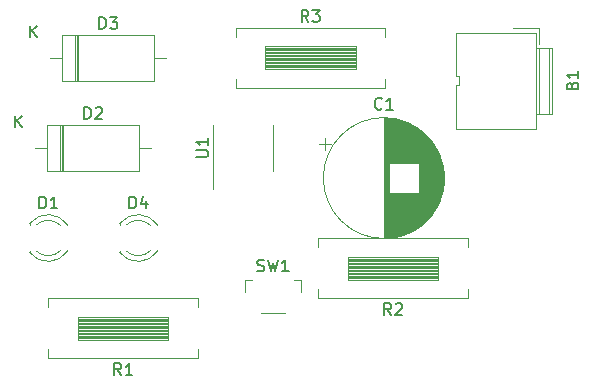
<source format=gbr>
%TF.GenerationSoftware,KiCad,Pcbnew,(6.0.4)*%
%TF.CreationDate,2022-05-29T20:56:59+05:30*%
%TF.ProjectId,bike turning signal indicator circuit,62696b65-2074-4757-926e-696e67207369,rev?*%
%TF.SameCoordinates,Original*%
%TF.FileFunction,Legend,Top*%
%TF.FilePolarity,Positive*%
%FSLAX46Y46*%
G04 Gerber Fmt 4.6, Leading zero omitted, Abs format (unit mm)*
G04 Created by KiCad (PCBNEW (6.0.4)) date 2022-05-29 20:56:59*
%MOMM*%
%LPD*%
G01*
G04 APERTURE LIST*
%ADD10C,0.150000*%
%ADD11C,0.120000*%
G04 APERTURE END LIST*
D10*
%TO.C,SW1*%
X125666666Y-78984761D02*
X125809523Y-79032380D01*
X126047619Y-79032380D01*
X126142857Y-78984761D01*
X126190476Y-78937142D01*
X126238095Y-78841904D01*
X126238095Y-78746666D01*
X126190476Y-78651428D01*
X126142857Y-78603809D01*
X126047619Y-78556190D01*
X125857142Y-78508571D01*
X125761904Y-78460952D01*
X125714285Y-78413333D01*
X125666666Y-78318095D01*
X125666666Y-78222857D01*
X125714285Y-78127619D01*
X125761904Y-78080000D01*
X125857142Y-78032380D01*
X126095238Y-78032380D01*
X126238095Y-78080000D01*
X126571428Y-78032380D02*
X126809523Y-79032380D01*
X127000000Y-78318095D01*
X127190476Y-79032380D01*
X127428571Y-78032380D01*
X128333333Y-79032380D02*
X127761904Y-79032380D01*
X128047619Y-79032380D02*
X128047619Y-78032380D01*
X127952380Y-78175238D01*
X127857142Y-78270476D01*
X127761904Y-78318095D01*
%TO.C,D3*%
X112291904Y-58492380D02*
X112291904Y-57492380D01*
X112530000Y-57492380D01*
X112672857Y-57540000D01*
X112768095Y-57635238D01*
X112815714Y-57730476D01*
X112863333Y-57920952D01*
X112863333Y-58063809D01*
X112815714Y-58254285D01*
X112768095Y-58349523D01*
X112672857Y-58444761D01*
X112530000Y-58492380D01*
X112291904Y-58492380D01*
X113196666Y-57492380D02*
X113815714Y-57492380D01*
X113482380Y-57873333D01*
X113625238Y-57873333D01*
X113720476Y-57920952D01*
X113768095Y-57968571D01*
X113815714Y-58063809D01*
X113815714Y-58301904D01*
X113768095Y-58397142D01*
X113720476Y-58444761D01*
X113625238Y-58492380D01*
X113339523Y-58492380D01*
X113244285Y-58444761D01*
X113196666Y-58397142D01*
X106418095Y-59212380D02*
X106418095Y-58212380D01*
X106989523Y-59212380D02*
X106560952Y-58640952D01*
X106989523Y-58212380D02*
X106418095Y-58783809D01*
%TO.C,R3*%
X129993333Y-57892380D02*
X129660000Y-57416190D01*
X129421904Y-57892380D02*
X129421904Y-56892380D01*
X129802857Y-56892380D01*
X129898095Y-56940000D01*
X129945714Y-56987619D01*
X129993333Y-57082857D01*
X129993333Y-57225714D01*
X129945714Y-57320952D01*
X129898095Y-57368571D01*
X129802857Y-57416190D01*
X129421904Y-57416190D01*
X130326666Y-56892380D02*
X130945714Y-56892380D01*
X130612380Y-57273333D01*
X130755238Y-57273333D01*
X130850476Y-57320952D01*
X130898095Y-57368571D01*
X130945714Y-57463809D01*
X130945714Y-57701904D01*
X130898095Y-57797142D01*
X130850476Y-57844761D01*
X130755238Y-57892380D01*
X130469523Y-57892380D01*
X130374285Y-57844761D01*
X130326666Y-57797142D01*
%TO.C,D4*%
X114831904Y-73692380D02*
X114831904Y-72692380D01*
X115070000Y-72692380D01*
X115212857Y-72740000D01*
X115308095Y-72835238D01*
X115355714Y-72930476D01*
X115403333Y-73120952D01*
X115403333Y-73263809D01*
X115355714Y-73454285D01*
X115308095Y-73549523D01*
X115212857Y-73644761D01*
X115070000Y-73692380D01*
X114831904Y-73692380D01*
X116260476Y-73025714D02*
X116260476Y-73692380D01*
X116022380Y-72644761D02*
X115784285Y-73359047D01*
X116403333Y-73359047D01*
%TO.C,R2*%
X136993333Y-82712380D02*
X136660000Y-82236190D01*
X136421904Y-82712380D02*
X136421904Y-81712380D01*
X136802857Y-81712380D01*
X136898095Y-81760000D01*
X136945714Y-81807619D01*
X136993333Y-81902857D01*
X136993333Y-82045714D01*
X136945714Y-82140952D01*
X136898095Y-82188571D01*
X136802857Y-82236190D01*
X136421904Y-82236190D01*
X137374285Y-81807619D02*
X137421904Y-81760000D01*
X137517142Y-81712380D01*
X137755238Y-81712380D01*
X137850476Y-81760000D01*
X137898095Y-81807619D01*
X137945714Y-81902857D01*
X137945714Y-81998095D01*
X137898095Y-82140952D01*
X137326666Y-82712380D01*
X137945714Y-82712380D01*
%TO.C,D1*%
X107211904Y-73692380D02*
X107211904Y-72692380D01*
X107450000Y-72692380D01*
X107592857Y-72740000D01*
X107688095Y-72835238D01*
X107735714Y-72930476D01*
X107783333Y-73120952D01*
X107783333Y-73263809D01*
X107735714Y-73454285D01*
X107688095Y-73549523D01*
X107592857Y-73644761D01*
X107450000Y-73692380D01*
X107211904Y-73692380D01*
X108735714Y-73692380D02*
X108164285Y-73692380D01*
X108450000Y-73692380D02*
X108450000Y-72692380D01*
X108354761Y-72835238D01*
X108259523Y-72930476D01*
X108164285Y-72978095D01*
%TO.C,D2*%
X111021904Y-66112380D02*
X111021904Y-65112380D01*
X111260000Y-65112380D01*
X111402857Y-65160000D01*
X111498095Y-65255238D01*
X111545714Y-65350476D01*
X111593333Y-65540952D01*
X111593333Y-65683809D01*
X111545714Y-65874285D01*
X111498095Y-65969523D01*
X111402857Y-66064761D01*
X111260000Y-66112380D01*
X111021904Y-66112380D01*
X111974285Y-65207619D02*
X112021904Y-65160000D01*
X112117142Y-65112380D01*
X112355238Y-65112380D01*
X112450476Y-65160000D01*
X112498095Y-65207619D01*
X112545714Y-65302857D01*
X112545714Y-65398095D01*
X112498095Y-65540952D01*
X111926666Y-66112380D01*
X112545714Y-66112380D01*
X105148095Y-66832380D02*
X105148095Y-65832380D01*
X105719523Y-66832380D02*
X105290952Y-66260952D01*
X105719523Y-65832380D02*
X105148095Y-66403809D01*
%TO.C,C1*%
X136203333Y-65227142D02*
X136155714Y-65274761D01*
X136012857Y-65322380D01*
X135917619Y-65322380D01*
X135774761Y-65274761D01*
X135679523Y-65179523D01*
X135631904Y-65084285D01*
X135584285Y-64893809D01*
X135584285Y-64750952D01*
X135631904Y-64560476D01*
X135679523Y-64465238D01*
X135774761Y-64370000D01*
X135917619Y-64322380D01*
X136012857Y-64322380D01*
X136155714Y-64370000D01*
X136203333Y-64417619D01*
X137155714Y-65322380D02*
X136584285Y-65322380D01*
X136870000Y-65322380D02*
X136870000Y-64322380D01*
X136774761Y-64465238D01*
X136679523Y-64560476D01*
X136584285Y-64608095D01*
%TO.C,U1*%
X120512380Y-69341904D02*
X121321904Y-69341904D01*
X121417142Y-69294285D01*
X121464761Y-69246666D01*
X121512380Y-69151428D01*
X121512380Y-68960952D01*
X121464761Y-68865714D01*
X121417142Y-68818095D01*
X121321904Y-68770476D01*
X120512380Y-68770476D01*
X121512380Y-67770476D02*
X121512380Y-68341904D01*
X121512380Y-68056190D02*
X120512380Y-68056190D01*
X120655238Y-68151428D01*
X120750476Y-68246666D01*
X120798095Y-68341904D01*
%TO.C,B1*%
X152328571Y-63274761D02*
X152376190Y-63131904D01*
X152423809Y-63084285D01*
X152519047Y-63036666D01*
X152661904Y-63036666D01*
X152757142Y-63084285D01*
X152804761Y-63131904D01*
X152852380Y-63227142D01*
X152852380Y-63608095D01*
X151852380Y-63608095D01*
X151852380Y-63274761D01*
X151900000Y-63179523D01*
X151947619Y-63131904D01*
X152042857Y-63084285D01*
X152138095Y-63084285D01*
X152233333Y-63131904D01*
X152280952Y-63179523D01*
X152328571Y-63274761D01*
X152328571Y-63608095D01*
X152852380Y-62084285D02*
X152852380Y-62655714D01*
X152852380Y-62370000D02*
X151852380Y-62370000D01*
X151995238Y-62465238D01*
X152090476Y-62560476D01*
X152138095Y-62655714D01*
%TO.C,R1*%
X114133333Y-87792380D02*
X113800000Y-87316190D01*
X113561904Y-87792380D02*
X113561904Y-86792380D01*
X113942857Y-86792380D01*
X114038095Y-86840000D01*
X114085714Y-86887619D01*
X114133333Y-86982857D01*
X114133333Y-87125714D01*
X114085714Y-87220952D01*
X114038095Y-87268571D01*
X113942857Y-87316190D01*
X113561904Y-87316190D01*
X115085714Y-87792380D02*
X114514285Y-87792380D01*
X114800000Y-87792380D02*
X114800000Y-86792380D01*
X114704761Y-86935238D01*
X114609523Y-87030476D01*
X114514285Y-87078095D01*
D11*
%TO.C,SW1*%
X124600000Y-79780000D02*
X124600000Y-80780000D01*
X125200000Y-79780000D02*
X124600000Y-79780000D01*
X126000000Y-82580000D02*
X128000000Y-82580000D01*
X129400000Y-79780000D02*
X129400000Y-80780000D01*
X128800000Y-79780000D02*
X129400000Y-79780000D01*
%TO.C,D3*%
X109110000Y-62880000D02*
X116950000Y-62880000D01*
X116950000Y-59040000D02*
X109110000Y-59040000D01*
X109110000Y-59040000D02*
X109110000Y-62880000D01*
X110490000Y-59040000D02*
X110490000Y-62880000D01*
X108120000Y-60960000D02*
X109110000Y-60960000D01*
X117940000Y-60960000D02*
X116950000Y-60960000D01*
X110370000Y-59040000D02*
X110370000Y-62880000D01*
X110250000Y-59040000D02*
X110250000Y-62880000D01*
X116950000Y-62880000D02*
X116950000Y-59040000D01*
%TO.C,R3*%
X126320000Y-60320000D02*
X134000000Y-60320000D01*
X136480000Y-58440000D02*
X136480000Y-59220000D01*
X126320000Y-60920000D02*
X134000000Y-60920000D01*
X126320000Y-61160000D02*
X134000000Y-61160000D01*
X126320000Y-61760000D02*
X134000000Y-61760000D01*
X126320000Y-59960000D02*
X126320000Y-61880000D01*
X126320000Y-61040000D02*
X134000000Y-61040000D01*
X126320000Y-60680000D02*
X134000000Y-60680000D01*
X126320000Y-60560000D02*
X134000000Y-60560000D01*
X123840000Y-58440000D02*
X136480000Y-58440000D01*
X126320000Y-60200000D02*
X134000000Y-60200000D01*
X126320000Y-61400000D02*
X134000000Y-61400000D01*
X136480000Y-63480000D02*
X136480000Y-62700000D01*
X126320000Y-61520000D02*
X134000000Y-61520000D01*
X123840000Y-62700000D02*
X123840000Y-63480000D01*
X134000000Y-59960000D02*
X134000000Y-61880000D01*
X126320000Y-60800000D02*
X134000000Y-60800000D01*
X126320000Y-60440000D02*
X134000000Y-60440000D01*
X123840000Y-59220000D02*
X123840000Y-58440000D01*
X126320000Y-61880000D02*
X134000000Y-61880000D01*
X126320000Y-61640000D02*
X134000000Y-61640000D01*
X126320000Y-60080000D02*
X134000000Y-60080000D01*
X123840000Y-63480000D02*
X136480000Y-63480000D01*
X126320000Y-61280000D02*
X134000000Y-61280000D01*
X126320000Y-59960000D02*
X134000000Y-59960000D01*
%TO.C,D4*%
X114010000Y-77280000D02*
X114010000Y-77436000D01*
X114010000Y-74964000D02*
X114010000Y-75120000D01*
X114529039Y-77280000D02*
G75*
G03*
X116611130Y-77279837I1040961J1080000D01*
G01*
X117242335Y-75121392D02*
G75*
G03*
X114010000Y-74964484I-1672335J-1078608D01*
G01*
X114010000Y-77435516D02*
G75*
G03*
X117242335Y-77278608I1560000J1235516D01*
G01*
X116611130Y-75120163D02*
G75*
G03*
X114529039Y-75120000I-1041130J-1079837D01*
G01*
%TO.C,R2*%
X141000000Y-78540000D02*
X133320000Y-78540000D01*
X141000000Y-79740000D02*
X133320000Y-79740000D01*
X141000000Y-79740000D02*
X141000000Y-77820000D01*
X141000000Y-79620000D02*
X133320000Y-79620000D01*
X141000000Y-79260000D02*
X133320000Y-79260000D01*
X141000000Y-77940000D02*
X133320000Y-77940000D01*
X141000000Y-77820000D02*
X133320000Y-77820000D01*
X130840000Y-76220000D02*
X130840000Y-77000000D01*
X141000000Y-78420000D02*
X133320000Y-78420000D01*
X130840000Y-81260000D02*
X130840000Y-80480000D01*
X141000000Y-78180000D02*
X133320000Y-78180000D01*
X141000000Y-78060000D02*
X133320000Y-78060000D01*
X141000000Y-78300000D02*
X133320000Y-78300000D01*
X141000000Y-79140000D02*
X133320000Y-79140000D01*
X141000000Y-78780000D02*
X133320000Y-78780000D01*
X141000000Y-78900000D02*
X133320000Y-78900000D01*
X133320000Y-79740000D02*
X133320000Y-77820000D01*
X143480000Y-77000000D02*
X143480000Y-76220000D01*
X143480000Y-81260000D02*
X130840000Y-81260000D01*
X141000000Y-78660000D02*
X133320000Y-78660000D01*
X143480000Y-80480000D02*
X143480000Y-81260000D01*
X141000000Y-79380000D02*
X133320000Y-79380000D01*
X141000000Y-79020000D02*
X133320000Y-79020000D01*
X143480000Y-76220000D02*
X130840000Y-76220000D01*
X141000000Y-79500000D02*
X133320000Y-79500000D01*
%TO.C,D1*%
X106390000Y-77280000D02*
X106390000Y-77436000D01*
X106390000Y-74964000D02*
X106390000Y-75120000D01*
X106909039Y-77280000D02*
G75*
G03*
X108991130Y-77279837I1040961J1080000D01*
G01*
X109622335Y-75121392D02*
G75*
G03*
X106390000Y-74964484I-1672335J-1078608D01*
G01*
X108991130Y-75120163D02*
G75*
G03*
X106909039Y-75120000I-1041130J-1079837D01*
G01*
X106390000Y-77435516D02*
G75*
G03*
X109622335Y-77278608I1560000J1235516D01*
G01*
%TO.C,D2*%
X116670000Y-68580000D02*
X115680000Y-68580000D01*
X115680000Y-70500000D02*
X115680000Y-66660000D01*
X106850000Y-68580000D02*
X107840000Y-68580000D01*
X107840000Y-66660000D02*
X107840000Y-70500000D01*
X109220000Y-66660000D02*
X109220000Y-70500000D01*
X107840000Y-70500000D02*
X115680000Y-70500000D01*
X115680000Y-66660000D02*
X107840000Y-66660000D01*
X109100000Y-66660000D02*
X109100000Y-70500000D01*
X108980000Y-66660000D02*
X108980000Y-70500000D01*
%TO.C,C1*%
X137451000Y-66155000D02*
X137451000Y-69879000D01*
X141331000Y-69890000D02*
X141331000Y-72350000D01*
X137331000Y-66130000D02*
X137331000Y-69879000D01*
X130890354Y-68245000D02*
X131890354Y-68245000D01*
X137971000Y-72361000D02*
X137971000Y-75944000D01*
X137971000Y-66296000D02*
X137971000Y-69879000D01*
X141291000Y-69742000D02*
X141291000Y-72498000D01*
X140171000Y-67728000D02*
X140171000Y-74512000D01*
X136730000Y-66052000D02*
X136730000Y-76188000D01*
X138531000Y-72361000D02*
X138531000Y-75723000D01*
X141091000Y-69176000D02*
X141091000Y-73064000D01*
X136490000Y-66041000D02*
X136490000Y-76199000D01*
X137451000Y-72361000D02*
X137451000Y-76085000D01*
X141451000Y-70521000D02*
X141451000Y-71719000D01*
X138451000Y-72361000D02*
X138451000Y-75759000D01*
X140891000Y-68755000D02*
X140891000Y-73485000D01*
X137851000Y-66258000D02*
X137851000Y-69879000D01*
X140411000Y-68014000D02*
X140411000Y-74226000D01*
X139171000Y-66873000D02*
X139171000Y-69879000D01*
X137611000Y-72361000D02*
X137611000Y-76048000D01*
X139251000Y-66926000D02*
X139251000Y-69879000D01*
X138371000Y-66446000D02*
X138371000Y-69879000D01*
X139331000Y-72361000D02*
X139331000Y-75258000D01*
X141411000Y-70258000D02*
X141411000Y-71982000D01*
X138931000Y-72361000D02*
X138931000Y-75515000D01*
X136810000Y-66058000D02*
X136810000Y-76182000D01*
X138251000Y-66397000D02*
X138251000Y-69879000D01*
X140251000Y-67819000D02*
X140251000Y-74421000D01*
X137891000Y-72361000D02*
X137891000Y-75970000D01*
X140651000Y-68350000D02*
X140651000Y-73890000D01*
X137771000Y-66235000D02*
X137771000Y-69879000D01*
X137211000Y-72361000D02*
X137211000Y-76131000D01*
X139891000Y-67441000D02*
X139891000Y-74799000D01*
X139731000Y-67296000D02*
X139731000Y-74944000D01*
X136770000Y-66055000D02*
X136770000Y-76185000D01*
X138171000Y-66366000D02*
X138171000Y-69879000D01*
X139411000Y-67040000D02*
X139411000Y-75200000D01*
X139971000Y-67519000D02*
X139971000Y-74721000D01*
X140011000Y-67559000D02*
X140011000Y-74681000D01*
X138131000Y-72361000D02*
X138131000Y-75888000D01*
X138491000Y-72361000D02*
X138491000Y-75741000D01*
X136930000Y-66070000D02*
X136930000Y-69879000D01*
X138491000Y-66499000D02*
X138491000Y-69879000D01*
X138571000Y-66536000D02*
X138571000Y-69879000D01*
X139251000Y-72361000D02*
X139251000Y-75314000D01*
X139811000Y-67367000D02*
X139811000Y-74873000D01*
X137171000Y-66102000D02*
X137171000Y-69879000D01*
X140571000Y-68231000D02*
X140571000Y-74009000D01*
X137931000Y-72361000D02*
X137931000Y-75957000D01*
X139211000Y-72361000D02*
X139211000Y-75341000D01*
X139371000Y-67010000D02*
X139371000Y-75230000D01*
X136570000Y-66043000D02*
X136570000Y-76197000D01*
X139571000Y-67163000D02*
X139571000Y-75077000D01*
X136850000Y-66062000D02*
X136850000Y-76178000D01*
X136930000Y-72361000D02*
X136930000Y-76170000D01*
X140211000Y-67773000D02*
X140211000Y-74467000D01*
X138731000Y-72361000D02*
X138731000Y-75624000D01*
X140451000Y-68066000D02*
X140451000Y-74174000D01*
X139291000Y-72361000D02*
X139291000Y-75286000D01*
X137211000Y-66109000D02*
X137211000Y-69879000D01*
X140971000Y-68911000D02*
X140971000Y-73329000D01*
X137491000Y-72361000D02*
X137491000Y-76076000D01*
X136410000Y-66040000D02*
X136410000Y-76200000D01*
X138291000Y-66413000D02*
X138291000Y-69879000D01*
X136530000Y-66042000D02*
X136530000Y-76198000D01*
X138851000Y-66680000D02*
X138851000Y-69879000D01*
X140491000Y-68120000D02*
X140491000Y-74120000D01*
X138131000Y-66352000D02*
X138131000Y-69879000D01*
X139611000Y-67195000D02*
X139611000Y-75045000D01*
X139131000Y-66847000D02*
X139131000Y-69879000D01*
X138211000Y-72361000D02*
X138211000Y-75858000D01*
X138611000Y-72361000D02*
X138611000Y-75684000D01*
X141371000Y-70058000D02*
X141371000Y-72182000D01*
X138771000Y-72361000D02*
X138771000Y-75603000D01*
X141131000Y-69274000D02*
X141131000Y-72966000D01*
X137291000Y-66123000D02*
X137291000Y-69879000D01*
X137251000Y-66116000D02*
X137251000Y-69879000D01*
X136610000Y-66045000D02*
X136610000Y-76195000D01*
X136690000Y-66050000D02*
X136690000Y-76190000D01*
X131390354Y-67745000D02*
X131390354Y-68745000D01*
X136890000Y-66066000D02*
X136890000Y-69879000D01*
X137251000Y-72361000D02*
X137251000Y-76124000D01*
X140131000Y-67684000D02*
X140131000Y-74556000D01*
X138891000Y-66703000D02*
X138891000Y-69879000D01*
X138171000Y-72361000D02*
X138171000Y-75874000D01*
X140931000Y-68831000D02*
X140931000Y-73409000D01*
X137050000Y-72361000D02*
X137050000Y-76155000D01*
X137491000Y-66164000D02*
X137491000Y-69879000D01*
X139771000Y-67331000D02*
X139771000Y-74909000D01*
X141211000Y-69490000D02*
X141211000Y-72750000D01*
X137091000Y-72361000D02*
X137091000Y-76150000D01*
X139531000Y-67131000D02*
X139531000Y-75109000D01*
X138011000Y-66309000D02*
X138011000Y-69879000D01*
X138251000Y-72361000D02*
X138251000Y-75843000D01*
X138451000Y-66481000D02*
X138451000Y-69879000D01*
X136890000Y-72361000D02*
X136890000Y-76174000D01*
X137131000Y-66096000D02*
X137131000Y-69879000D01*
X141171000Y-69378000D02*
X141171000Y-72862000D01*
X138891000Y-72361000D02*
X138891000Y-75537000D01*
X137091000Y-66090000D02*
X137091000Y-69879000D01*
X138091000Y-72361000D02*
X138091000Y-75903000D01*
X138811000Y-66658000D02*
X138811000Y-69879000D01*
X136450000Y-66040000D02*
X136450000Y-76200000D01*
X137131000Y-72361000D02*
X137131000Y-76144000D01*
X140611000Y-68290000D02*
X140611000Y-73950000D01*
X138011000Y-72361000D02*
X138011000Y-75931000D01*
X137691000Y-66213000D02*
X137691000Y-69879000D01*
X139291000Y-66954000D02*
X139291000Y-69879000D01*
X138571000Y-72361000D02*
X138571000Y-75704000D01*
X136970000Y-72361000D02*
X136970000Y-76165000D01*
X138771000Y-66637000D02*
X138771000Y-69879000D01*
X136650000Y-66047000D02*
X136650000Y-76193000D01*
X139011000Y-72361000D02*
X139011000Y-75467000D01*
X138051000Y-72361000D02*
X138051000Y-75917000D01*
X140531000Y-68175000D02*
X140531000Y-74065000D01*
X138411000Y-72361000D02*
X138411000Y-75777000D01*
X139491000Y-67100000D02*
X139491000Y-75140000D01*
X140851000Y-68681000D02*
X140851000Y-73559000D01*
X138091000Y-66337000D02*
X138091000Y-69879000D01*
X137331000Y-72361000D02*
X137331000Y-76110000D01*
X138411000Y-66463000D02*
X138411000Y-69879000D01*
X136370000Y-66040000D02*
X136370000Y-76200000D01*
X138371000Y-72361000D02*
X138371000Y-75794000D01*
X138291000Y-72361000D02*
X138291000Y-75827000D01*
X138051000Y-66323000D02*
X138051000Y-69879000D01*
X139211000Y-66899000D02*
X139211000Y-69879000D01*
X137531000Y-66173000D02*
X137531000Y-69879000D01*
X140731000Y-68475000D02*
X140731000Y-73765000D01*
X140091000Y-67642000D02*
X140091000Y-74598000D01*
X138811000Y-72361000D02*
X138811000Y-75582000D01*
X137811000Y-66246000D02*
X137811000Y-69879000D01*
X139651000Y-67228000D02*
X139651000Y-75012000D01*
X139091000Y-72361000D02*
X139091000Y-75418000D01*
X137371000Y-72361000D02*
X137371000Y-76102000D01*
X137531000Y-72361000D02*
X137531000Y-76067000D01*
X140771000Y-68541000D02*
X140771000Y-73699000D01*
X138651000Y-66575000D02*
X138651000Y-69879000D01*
X137811000Y-72361000D02*
X137811000Y-75994000D01*
X138331000Y-66430000D02*
X138331000Y-69879000D01*
X137371000Y-66138000D02*
X137371000Y-69879000D01*
X139051000Y-66797000D02*
X139051000Y-69879000D01*
X141051000Y-69083000D02*
X141051000Y-73157000D01*
X137571000Y-72361000D02*
X137571000Y-76058000D01*
X139131000Y-72361000D02*
X139131000Y-75393000D01*
X137651000Y-66202000D02*
X137651000Y-69879000D01*
X137771000Y-72361000D02*
X137771000Y-76005000D01*
X138691000Y-66595000D02*
X138691000Y-69879000D01*
X139171000Y-72361000D02*
X139171000Y-75367000D01*
X136970000Y-66075000D02*
X136970000Y-69879000D01*
X137731000Y-72361000D02*
X137731000Y-76017000D01*
X138651000Y-72361000D02*
X138651000Y-75665000D01*
X137931000Y-66283000D02*
X137931000Y-69879000D01*
X137731000Y-66223000D02*
X137731000Y-69879000D01*
X139011000Y-66773000D02*
X139011000Y-69879000D01*
X137010000Y-66080000D02*
X137010000Y-69879000D01*
X138611000Y-66556000D02*
X138611000Y-69879000D01*
X137611000Y-66192000D02*
X137611000Y-69879000D01*
X138971000Y-66749000D02*
X138971000Y-69879000D01*
X138331000Y-72361000D02*
X138331000Y-75810000D01*
X137291000Y-72361000D02*
X137291000Y-76117000D01*
X138851000Y-72361000D02*
X138851000Y-75560000D01*
X139691000Y-67262000D02*
X139691000Y-74978000D01*
X137171000Y-72361000D02*
X137171000Y-76138000D01*
X138931000Y-66725000D02*
X138931000Y-69879000D01*
X137691000Y-72361000D02*
X137691000Y-76027000D01*
X140691000Y-68411000D02*
X140691000Y-73829000D01*
X138731000Y-66616000D02*
X138731000Y-69879000D01*
X137891000Y-66270000D02*
X137891000Y-69879000D01*
X139331000Y-66982000D02*
X139331000Y-69879000D01*
X137651000Y-72361000D02*
X137651000Y-76038000D01*
X138531000Y-66517000D02*
X138531000Y-69879000D01*
X139091000Y-66822000D02*
X139091000Y-69879000D01*
X138971000Y-72361000D02*
X138971000Y-75491000D01*
X140371000Y-67964000D02*
X140371000Y-74276000D01*
X137010000Y-72361000D02*
X137010000Y-76160000D01*
X137050000Y-66085000D02*
X137050000Y-69879000D01*
X139451000Y-67070000D02*
X139451000Y-75170000D01*
X139931000Y-67480000D02*
X139931000Y-74760000D01*
X141011000Y-68995000D02*
X141011000Y-73245000D01*
X140331000Y-67914000D02*
X140331000Y-74326000D01*
X137411000Y-66146000D02*
X137411000Y-69879000D01*
X138211000Y-66382000D02*
X138211000Y-69879000D01*
X140811000Y-68610000D02*
X140811000Y-73630000D01*
X137851000Y-72361000D02*
X137851000Y-75982000D01*
X137571000Y-66182000D02*
X137571000Y-69879000D01*
X139851000Y-67404000D02*
X139851000Y-74836000D01*
X138691000Y-72361000D02*
X138691000Y-75645000D01*
X140051000Y-67600000D02*
X140051000Y-74640000D01*
X140291000Y-67866000D02*
X140291000Y-74374000D01*
X137411000Y-72361000D02*
X137411000Y-76094000D01*
X139051000Y-72361000D02*
X139051000Y-75443000D01*
X141251000Y-69610000D02*
X141251000Y-72630000D01*
X141490000Y-71120000D02*
G75*
G03*
X141490000Y-71120000I-5120000J0D01*
G01*
%TO.C,U1*%
X127020000Y-68580000D02*
X127020000Y-66630000D01*
X121900000Y-68580000D02*
X121900000Y-72030000D01*
X121900000Y-68580000D02*
X121900000Y-66630000D01*
X127020000Y-68580000D02*
X127020000Y-70530000D01*
%TO.C,B1*%
X147320000Y-58800000D02*
X142490000Y-58800000D01*
X150620000Y-60070000D02*
X150620000Y-65660000D01*
X142750000Y-63250000D02*
X142490000Y-63250000D01*
X149230000Y-58800000D02*
X149230000Y-66930000D01*
X149230000Y-65660000D02*
X150620000Y-65660000D01*
X149520000Y-59760000D02*
X149520000Y-58460000D01*
X149230000Y-58800000D02*
X147320000Y-58800000D01*
X142490000Y-62480000D02*
X142750000Y-62480000D01*
X142490000Y-62480000D02*
X142490000Y-58800000D01*
X149230000Y-66930000D02*
X147320000Y-66930000D01*
X149480000Y-60070000D02*
X149480000Y-65660000D01*
X149230000Y-60070000D02*
X150620000Y-60070000D01*
X142750000Y-62480000D02*
X142750000Y-63250000D01*
X142490000Y-66930000D02*
X147320000Y-66930000D01*
X149520000Y-58460000D02*
X147320000Y-58460000D01*
X142490000Y-63250000D02*
X142490000Y-66930000D01*
X150370000Y-60070000D02*
X150370000Y-65660000D01*
%TO.C,R1*%
X118140000Y-84460000D02*
X110460000Y-84460000D01*
X118140000Y-84580000D02*
X110460000Y-84580000D01*
X118140000Y-83740000D02*
X110460000Y-83740000D01*
X118140000Y-83620000D02*
X110460000Y-83620000D01*
X118140000Y-84700000D02*
X110460000Y-84700000D01*
X118140000Y-83380000D02*
X110460000Y-83380000D01*
X118140000Y-84220000D02*
X110460000Y-84220000D01*
X118140000Y-83860000D02*
X110460000Y-83860000D01*
X107980000Y-86340000D02*
X107980000Y-85560000D01*
X120620000Y-85560000D02*
X120620000Y-86340000D01*
X118140000Y-84100000D02*
X110460000Y-84100000D01*
X107980000Y-81300000D02*
X107980000Y-82080000D01*
X120620000Y-86340000D02*
X107980000Y-86340000D01*
X118140000Y-83140000D02*
X110460000Y-83140000D01*
X118140000Y-83980000D02*
X110460000Y-83980000D01*
X118140000Y-83260000D02*
X110460000Y-83260000D01*
X118140000Y-84820000D02*
X118140000Y-82900000D01*
X118140000Y-82900000D02*
X110460000Y-82900000D01*
X118140000Y-84340000D02*
X110460000Y-84340000D01*
X118140000Y-83020000D02*
X110460000Y-83020000D01*
X118140000Y-84820000D02*
X110460000Y-84820000D01*
X120620000Y-81300000D02*
X107980000Y-81300000D01*
X110460000Y-84820000D02*
X110460000Y-82900000D01*
X118140000Y-83500000D02*
X110460000Y-83500000D01*
X120620000Y-82080000D02*
X120620000Y-81300000D01*
%TD*%
M02*

</source>
